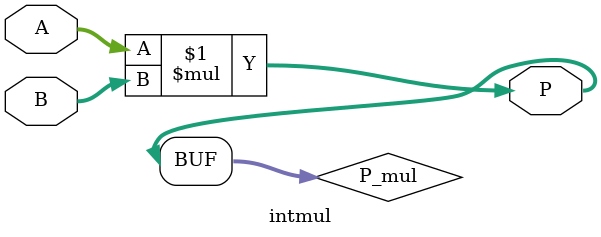
<source format=v>
`timescale 1ns / 1ps

module intmul (
input 		[11:0] A,
input 		[11:0] B,
output 		[23:0] P
);

//************************ ASIC - begin **********************//
// P = A*B
// 24bit = 12bit * 12bit

(* use_dsp = "yes" *) wire [23 : 0] P_mul;
assign P_mul = A * B;
assign P = P_mul;
//************************ ASIC - end   **********************//

endmodule
</source>
